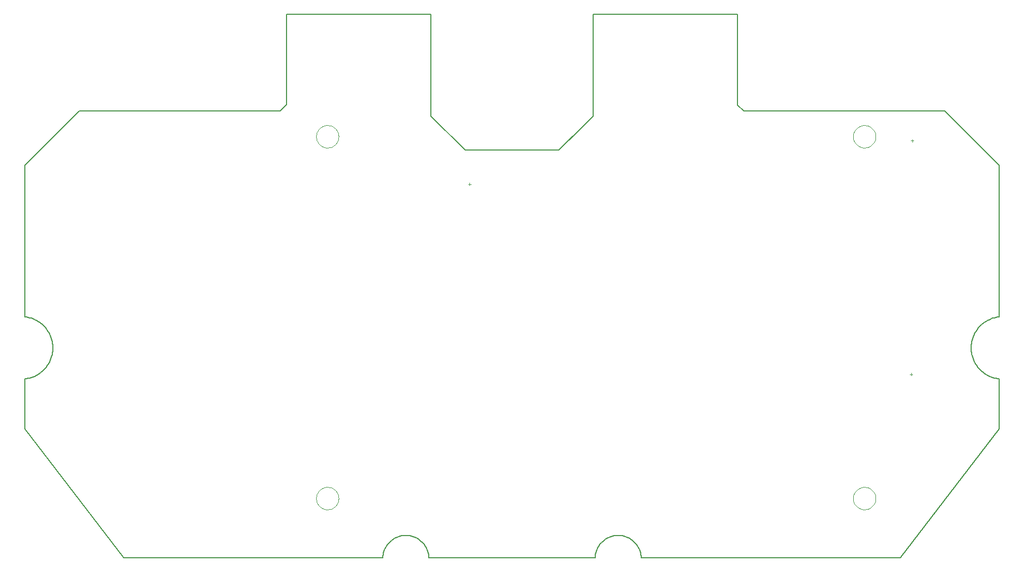
<source format=gm1>
G04*
G04 #@! TF.GenerationSoftware,Altium Limited,Altium Designer,21.7.2 (23)*
G04*
G04 Layer_Color=16711935*
%FSLAX25Y25*%
%MOIN*%
G70*
G04*
G04 #@! TF.SameCoordinates,A0010EF7-2AB2-453B-8453-4F0255DAD4E6*
G04*
G04*
G04 #@! TF.FilePolarity,Positive*
G04*
G01*
G75*
%ADD10C,0.00787*%
%ADD20C,0.00394*%
%ADD197C,0.00050*%
%ADD198C,0.00025*%
D10*
X542292Y206282D02*
X542230Y207276D01*
X542099Y208262D01*
X541901Y209238D01*
X541637Y210197D01*
X541307Y211136D01*
X540914Y212051D01*
X540460Y212936D01*
X539946Y213789D01*
X539374Y214603D01*
X538749Y215377D01*
X538071Y216107D01*
X537346Y216788D01*
X536575Y217418D01*
X535763Y217994D01*
X534913Y218512D01*
X534031Y218972D01*
X533118Y219369D01*
X532181Y219704D01*
X531223Y219973D01*
X530248Y220176D01*
X529262Y220312D01*
X528269Y220381D01*
X527274D01*
X526281Y220312D01*
X525295Y220177D01*
X524321Y219973D01*
X523363Y219704D01*
X522425Y219369D01*
X521513Y218972D01*
X520630Y218512D01*
X519780Y217994D01*
X518968Y217418D01*
X518198Y216788D01*
X517472Y216107D01*
X516795Y215377D01*
X516169Y214603D01*
X515598Y213789D01*
X515084Y212936D01*
X514629Y212051D01*
X514236Y211136D01*
X513907Y210197D01*
X513642Y209238D01*
X513444Y208262D01*
X513314Y207276D01*
X513251Y206282D01*
X676151Y206282D02*
X676088Y207276D01*
X675957Y208262D01*
X675759Y209238D01*
X675495Y210197D01*
X675166Y211136D01*
X674773Y212051D01*
X674318Y212936D01*
X673804Y213789D01*
X673233Y214603D01*
X672607Y215377D01*
X671929Y216107D01*
X671204Y216788D01*
X670433Y217418D01*
X669621Y217994D01*
X668772Y218512D01*
X667889Y218972D01*
X666976Y219369D01*
X666039Y219704D01*
X665081Y219973D01*
X664107Y220176D01*
X663121Y220312D01*
X662128Y220381D01*
X661132D01*
X660139Y220312D01*
X659153Y220176D01*
X658179Y219973D01*
X657221Y219704D01*
X656283Y219369D01*
X655371Y218972D01*
X654488Y218512D01*
X653639Y217994D01*
X652827Y217418D01*
X652056Y216788D01*
X651330Y216107D01*
X650653Y215377D01*
X650027Y214603D01*
X649456Y213789D01*
X648942Y212936D01*
X648487Y212051D01*
X648094Y211136D01*
X647765Y210197D01*
X647501Y209238D01*
X647303Y208262D01*
X647172Y207276D01*
X647109Y206282D01*
X901769Y358312D02*
X900785Y358179D01*
X899809Y357997D01*
X898844Y357765D01*
X897892Y357485D01*
X896954Y357158D01*
X896035Y356784D01*
X895135Y356364D01*
X894258Y355899D01*
X893406Y355391D01*
X892580Y354840D01*
X891783Y354248D01*
X891016Y353617D01*
X890283Y352948D01*
X889584Y352243D01*
X888921Y351504D01*
X888297Y350732D01*
X887712Y349930D01*
X887168Y349100D01*
X886667Y348243D01*
X886210Y347362D01*
X885798Y346459D01*
X885431Y345536D01*
X885112Y344596D01*
X884840Y343641D01*
X884617Y342674D01*
X884443Y341697D01*
X884318Y340712D01*
X884243Y339722D01*
X884218Y338730D01*
X884243Y337737D01*
X884318Y336747D01*
X884443Y335763D01*
X884617Y334785D01*
X884840Y333818D01*
X885112Y332863D01*
X885431Y331923D01*
X885798Y331001D01*
X886210Y330098D01*
X886667Y329217D01*
X887168Y328360D01*
X887712Y327529D01*
X888297Y326727D01*
X888921Y325955D01*
X889584Y325216D01*
X890283Y324511D01*
X891016Y323842D01*
X891783Y323211D01*
X892580Y322620D01*
X893406Y322069D01*
X894258Y321560D01*
X895135Y321096D01*
X896035Y320676D01*
X896954Y320301D01*
X897892Y319974D01*
X898844Y319694D01*
X899809Y319463D01*
X900785Y319280D01*
X901769Y319147D01*
X287633Y319147D02*
X288616Y319280D01*
X289592Y319463D01*
X290558Y319694D01*
X291510Y319974D01*
X292447Y320301D01*
X293367Y320676D01*
X294266Y321096D01*
X295143Y321560D01*
X295996Y322069D01*
X296822Y322620D01*
X297619Y323211D01*
X298385Y323842D01*
X299119Y324511D01*
X299818Y325216D01*
X300480Y325955D01*
X301105Y326727D01*
X301690Y327529D01*
X302233Y328360D01*
X302734Y329217D01*
X303192Y330098D01*
X303604Y331001D01*
X303970Y331923D01*
X304290Y332863D01*
X304561Y333818D01*
X304785Y334785D01*
X304959Y335763D01*
X305084Y336748D01*
X305158Y337737D01*
X305184Y338730D01*
X305158Y339722D01*
X305083Y340712D01*
X304959Y341697D01*
X304785Y342674D01*
X304561Y343641D01*
X304290Y344596D01*
X303970Y345536D01*
X303604Y346459D01*
X303192Y347362D01*
X302734Y348243D01*
X302233Y349100D01*
X301690Y349930D01*
X301105Y350732D01*
X300480Y351504D01*
X299818Y352243D01*
X299119Y352948D01*
X298385Y353617D01*
X297619Y354248D01*
X296822Y354840D01*
X295996Y355391D01*
X295143Y355899D01*
X294266Y356364D01*
X293366Y356784D01*
X292447Y357158D01*
X291510Y357485D01*
X290557Y357765D01*
X289592Y357997D01*
X288616Y358179D01*
X287633Y358312D01*
Y287651D02*
X349738Y206282D01*
X513251Y206282D01*
X542292Y206282D02*
X647109Y206282D01*
X676151Y206282D02*
X839663D01*
X901769Y287651D01*
Y319147D01*
Y358312D02*
Y453888D01*
X867388Y488159D02*
X901769Y453888D01*
X740896Y488159D02*
X867388D01*
X737000Y492055D02*
X740896Y488159D01*
X737000Y492055D02*
Y549366D01*
X645823D02*
X737000D01*
X645823Y484961D02*
Y549366D01*
X624351Y463556D02*
X645823Y484961D01*
X565051Y463556D02*
X624351D01*
X543578Y484961D02*
X565051Y463556D01*
X543578Y484961D02*
Y549366D01*
X452500D02*
X543578D01*
X452500Y492154D02*
Y549366D01*
X448505Y488159D02*
X452500Y492154D01*
X322013Y488159D02*
X448505D01*
X287633Y453888D02*
X322013Y488159D01*
X287633Y358312D02*
Y453888D01*
Y287651D02*
Y319147D01*
D20*
X846473Y321309D02*
Y322883D01*
X845686Y322096D02*
X847261D01*
X846248Y469462D02*
X847823D01*
X847036Y468674D02*
Y470249D01*
X567969Y441332D02*
Y442907D01*
X567182Y442119D02*
X568757D01*
D197*
X485416Y472125D02*
X485347Y473112D01*
X485141Y474079D01*
X484803Y475008D01*
X484339Y475881D01*
X483758Y476681D01*
X483071Y477392D01*
X482292Y478000D01*
X481435Y478495D01*
X480519Y478865D01*
X479560Y479104D01*
X478576Y479208D01*
X477588Y479173D01*
X476615Y479002D01*
X475674Y478696D01*
X474786Y478263D01*
X473966Y477710D01*
X473231Y477048D01*
X472596Y476291D01*
X472072Y475452D01*
X471670Y474549D01*
X471397Y473599D01*
X471260Y472620D01*
Y471631D01*
X471397Y470652D01*
X471670Y469702D01*
X472072Y468798D01*
X472596Y467960D01*
X473231Y467203D01*
X473966Y466541D01*
X474786Y465988D01*
X475674Y465555D01*
X476615Y465249D01*
X477588Y465078D01*
X478576Y465043D01*
X479560Y465146D01*
X480519Y465386D01*
X481435Y465756D01*
X482292Y466250D01*
X483071Y466859D01*
X483758Y467570D01*
X484339Y468370D01*
X484803Y469243D01*
X485141Y470172D01*
X485347Y471139D01*
X485416Y472125D01*
X901769Y358312D02*
X900785Y358179D01*
X899809Y357997D01*
X898844Y357765D01*
X897892Y357485D01*
X896954Y357158D01*
X896035Y356784D01*
X895135Y356364D01*
X894258Y355899D01*
X893406Y355391D01*
X892580Y354840D01*
X891783Y354248D01*
X891016Y353617D01*
X890283Y352948D01*
X889584Y352243D01*
X888921Y351504D01*
X888297Y350732D01*
X887712Y349930D01*
X887168Y349100D01*
X886667Y348243D01*
X886210Y347362D01*
X885798Y346459D01*
X885431Y345536D01*
X885112Y344596D01*
X884840Y343641D01*
X884617Y342674D01*
X884443Y341697D01*
X884318Y340712D01*
X884243Y339722D01*
X884218Y338730D01*
X884243Y337737D01*
X884318Y336747D01*
X884443Y335763D01*
X884617Y334785D01*
X884840Y333818D01*
X885112Y332863D01*
X885431Y331923D01*
X885798Y331001D01*
X886210Y330098D01*
X886667Y329217D01*
X887168Y328360D01*
X887712Y327529D01*
X888297Y326727D01*
X888921Y325955D01*
X889584Y325216D01*
X890283Y324511D01*
X891016Y323842D01*
X891783Y323211D01*
X892580Y322620D01*
X893406Y322069D01*
X894258Y321560D01*
X895135Y321096D01*
X896035Y320676D01*
X896954Y320301D01*
X897892Y319974D01*
X898844Y319694D01*
X899809Y319463D01*
X900785Y319280D01*
X901769Y319147D01*
X287633Y319147D02*
X288616Y319280D01*
X289592Y319463D01*
X290558Y319694D01*
X291510Y319974D01*
X292447Y320301D01*
X293367Y320676D01*
X294266Y321096D01*
X295143Y321560D01*
X295996Y322069D01*
X296822Y322620D01*
X297619Y323211D01*
X298385Y323842D01*
X299119Y324511D01*
X299818Y325216D01*
X300480Y325955D01*
X301105Y326727D01*
X301690Y327529D01*
X302233Y328360D01*
X302734Y329217D01*
X303192Y330098D01*
X303604Y331001D01*
X303970Y331923D01*
X304290Y332863D01*
X304561Y333818D01*
X304785Y334785D01*
X304959Y335763D01*
X305084Y336748D01*
X305158Y337737D01*
X305184Y338730D01*
X305158Y339722D01*
X305083Y340712D01*
X304959Y341697D01*
X304785Y342674D01*
X304561Y343641D01*
X304290Y344596D01*
X303970Y345536D01*
X303604Y346459D01*
X303192Y347362D01*
X302734Y348243D01*
X302233Y349100D01*
X301690Y349930D01*
X301105Y350732D01*
X300480Y351504D01*
X299818Y352243D01*
X299119Y352948D01*
X298385Y353617D01*
X297619Y354248D01*
X296822Y354840D01*
X295996Y355391D01*
X295143Y355899D01*
X294266Y356364D01*
X293366Y356784D01*
X292447Y357158D01*
X291510Y357485D01*
X290557Y357765D01*
X289592Y357997D01*
X288616Y358179D01*
X287633Y358312D01*
X485416Y243779D02*
X485347Y244765D01*
X485141Y245732D01*
X484803Y246661D01*
X484339Y247534D01*
X483758Y248334D01*
X483071Y249045D01*
X482292Y249654D01*
X481435Y250148D01*
X480519Y250519D01*
X479560Y250758D01*
X478576Y250861D01*
X477588Y250827D01*
X476615Y250655D01*
X475674Y250350D01*
X474786Y249916D01*
X473966Y249363D01*
X473231Y248702D01*
X472596Y247944D01*
X472072Y247106D01*
X471670Y246203D01*
X471397Y245252D01*
X471260Y244273D01*
Y243285D01*
X471397Y242306D01*
X471670Y241355D01*
X472072Y240452D01*
X472596Y239614D01*
X473231Y238856D01*
X473966Y238195D01*
X474786Y237642D01*
X475674Y237208D01*
X476615Y236903D01*
X477588Y236731D01*
X478576Y236697D01*
X479560Y236800D01*
X480519Y237039D01*
X481435Y237410D01*
X482292Y237904D01*
X483071Y238513D01*
X483758Y239224D01*
X484339Y240024D01*
X484803Y240897D01*
X485141Y241826D01*
X485347Y242793D01*
X485416Y243779D01*
X823998D02*
X823929Y244765D01*
X823724Y245732D01*
X823386Y246661D01*
X822921Y247534D01*
X822340Y248334D01*
X821653Y249045D01*
X820874Y249654D01*
X820018Y250148D01*
X819102Y250519D01*
X818142Y250758D01*
X817159Y250861D01*
X816171Y250827D01*
X815197Y250655D01*
X814257Y250350D01*
X813368Y249916D01*
X812549Y249363D01*
X811814Y248702D01*
X811178Y247944D01*
X810655Y247106D01*
X810252Y246203D01*
X809980Y245252D01*
X809842Y244273D01*
Y243285D01*
X809980Y242306D01*
X810252Y241355D01*
X810655Y240452D01*
X811178Y239614D01*
X811814Y238856D01*
X812549Y238195D01*
X813368Y237642D01*
X814257Y237208D01*
X815197Y236903D01*
X816171Y236731D01*
X817159Y236697D01*
X818142Y236800D01*
X819102Y237039D01*
X820018Y237410D01*
X820874Y237904D01*
X821653Y238513D01*
X822340Y239224D01*
X822921Y240024D01*
X823386Y240897D01*
X823724Y241826D01*
X823929Y242793D01*
X823998Y243779D01*
Y472125D02*
X823929Y473112D01*
X823724Y474079D01*
X823386Y475008D01*
X822921Y475881D01*
X822340Y476681D01*
X821653Y477392D01*
X820874Y478000D01*
X820018Y478495D01*
X819102Y478865D01*
X818142Y479104D01*
X817159Y479208D01*
X816171Y479173D01*
X815197Y479002D01*
X814257Y478696D01*
X813368Y478263D01*
X812549Y477710D01*
X811814Y477048D01*
X811178Y476291D01*
X810655Y475452D01*
X810252Y474549D01*
X809980Y473599D01*
X809842Y472620D01*
Y471631D01*
X809980Y470652D01*
X810252Y469702D01*
X810655Y468798D01*
X811178Y467960D01*
X811814Y467203D01*
X812549Y466541D01*
X813368Y465988D01*
X814257Y465555D01*
X815197Y465249D01*
X816171Y465078D01*
X817159Y465043D01*
X818142Y465146D01*
X819102Y465386D01*
X820018Y465756D01*
X820874Y466250D01*
X821653Y466859D01*
X822340Y467570D01*
X822921Y468370D01*
X823386Y469243D01*
X823724Y470172D01*
X823929Y471139D01*
X823998Y472125D01*
X542292Y206282D02*
X647109D01*
X867393Y488164D02*
X901773Y453892D01*
X740896Y488159D02*
X867388D01*
X737000Y492055D02*
X740896Y488159D01*
X452500Y492154D02*
Y549366D01*
X448505Y488159D02*
X452500Y492154D01*
Y549366D02*
X543578D01*
X901769Y287651D02*
Y319147D01*
X287633Y287651D02*
Y319147D01*
X624351Y463556D02*
X645823Y484961D01*
X565051Y463556D02*
X624351D01*
X543578Y484961D02*
X565051Y463556D01*
X287633Y453888D02*
X322013Y488159D01*
X543578Y484961D02*
Y549366D01*
X737000Y492055D02*
Y549366D01*
X645823D02*
X737000D01*
X645823Y484961D02*
Y549366D01*
X839663Y206282D02*
X901769Y287651D01*
Y358312D02*
Y453888D01*
X349738Y206282D02*
X513251D01*
X287633Y287651D02*
X349738Y206282D01*
X287633Y358312D02*
Y453888D01*
D198*
X594713Y463556D02*
D03*
M02*

</source>
